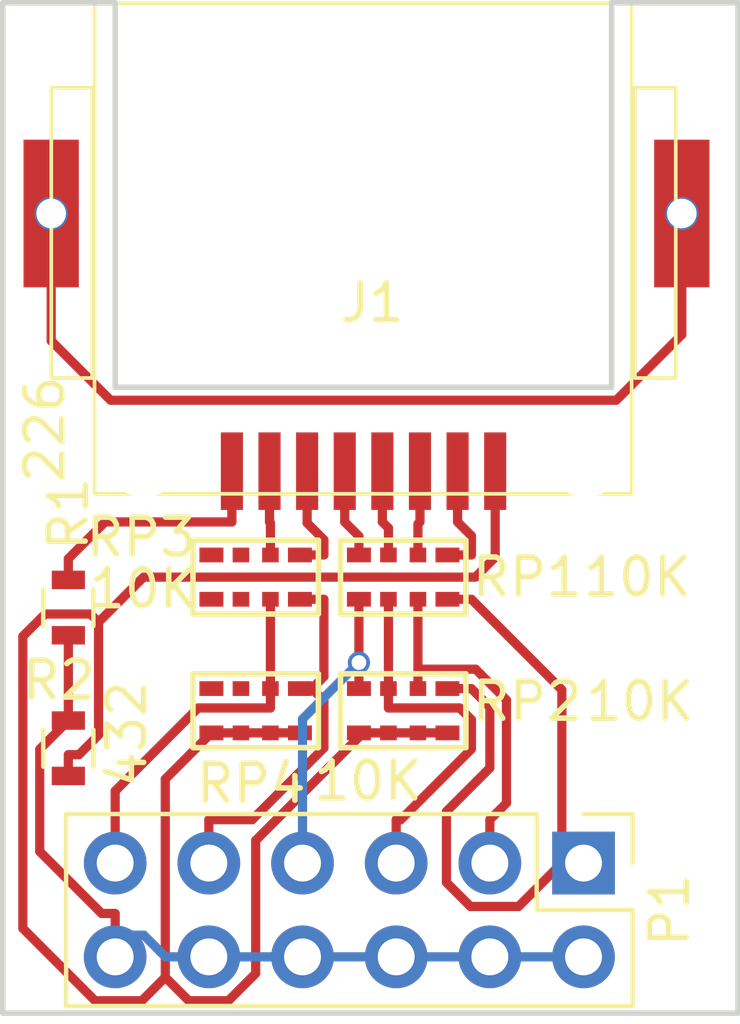
<source format=kicad_pcb>
(kicad_pcb (version 4) (host pcbnew 4.0.4-stable)

  (general
    (links 38)
    (no_connects 0)
    (area 147.825 85.604078 168.096001 119.333333)
    (thickness 1.6)
    (drawings 8)
    (tracks 119)
    (zones 0)
    (modules 8)
    (nets 17)
  )

  (page A4)
  (layers
    (0 F.Cu signal)
    (31 B.Cu signal)
    (32 B.Adhes user)
    (33 F.Adhes user)
    (34 B.Paste user)
    (35 F.Paste user)
    (36 B.SilkS user)
    (37 F.SilkS user)
    (38 B.Mask user)
    (39 F.Mask user)
    (40 Dwgs.User user)
    (41 Cmts.User user)
    (42 Eco1.User user)
    (43 Eco2.User user)
    (44 Edge.Cuts user)
    (45 Margin user)
    (46 B.CrtYd user)
    (47 F.CrtYd user)
    (48 B.Fab user)
    (49 F.Fab user)
  )

  (setup
    (last_trace_width 0.25)
    (trace_clearance 0.2)
    (zone_clearance 0.508)
    (zone_45_only no)
    (trace_min 0.2)
    (segment_width 0.2)
    (edge_width 0.15)
    (via_size 0.6)
    (via_drill 0.4)
    (via_min_size 0.4)
    (via_min_drill 0.3)
    (uvia_size 0.3)
    (uvia_drill 0.1)
    (uvias_allowed no)
    (uvia_min_size 0.2)
    (uvia_min_drill 0.1)
    (pcb_text_width 0.3)
    (pcb_text_size 1.5 1.5)
    (mod_edge_width 0.15)
    (mod_text_size 1 1)
    (mod_text_width 0.15)
    (pad_size 1.524 1.524)
    (pad_drill 0.762)
    (pad_to_mask_clearance 0.2)
    (aux_axis_origin 148.1455 113.2205)
    (visible_elements 7FFFFFFF)
    (pcbplotparams
      (layerselection 0x010f0_80000001)
      (usegerberextensions true)
      (excludeedgelayer true)
      (linewidth 0.100000)
      (plotframeref false)
      (viasonmask false)
      (mode 1)
      (useauxorigin true)
      (hpglpennumber 1)
      (hpglpenspeed 20)
      (hpglpendiameter 15)
      (hpglpenoverlay 2)
      (psnegative false)
      (psa4output false)
      (plotreference true)
      (plotvalue true)
      (plotinvisibletext false)
      (padsonsilk false)
      (subtractmaskfromsilk false)
      (outputformat 1)
      (mirror false)
      (drillshape 0)
      (scaleselection 1)
      (outputdirectory gerber_single))
  )

  (net 0 "")
  (net 1 "Net-(J1-Pad9)")
  (net 2 +5V)
  (net 3 "Net-(J1-Pad7)")
  (net 4 "Net-(J1-Pad6)")
  (net 5 "Net-(J1-Pad5)")
  (net 6 "Net-(J1-Pad4)")
  (net 7 "Net-(J1-Pad3)")
  (net 8 "Net-(J1-Pad2)")
  (net 9 GND)
  (net 10 "Net-(P1-Pad1)")
  (net 11 +3V3)
  (net 12 "Net-(P1-Pad3)")
  (net 13 "Net-(P1-Pad5)")
  (net 14 "Net-(P1-Pad7)")
  (net 15 "Net-(P1-Pad9)")
  (net 16 "Net-(P1-Pad11)")

  (net_class Default "This is the default net class."
    (clearance 0.2)
    (trace_width 0.25)
    (via_dia 0.6)
    (via_drill 0.4)
    (uvia_dia 0.3)
    (uvia_drill 0.1)
    (add_net +3V3)
    (add_net +5V)
    (add_net GND)
    (add_net "Net-(J1-Pad2)")
    (add_net "Net-(J1-Pad3)")
    (add_net "Net-(J1-Pad4)")
    (add_net "Net-(J1-Pad5)")
    (add_net "Net-(J1-Pad6)")
    (add_net "Net-(J1-Pad7)")
    (add_net "Net-(J1-Pad9)")
    (add_net "Net-(P1-Pad1)")
    (add_net "Net-(P1-Pad11)")
    (add_net "Net-(P1-Pad3)")
    (add_net "Net-(P1-Pad5)")
    (add_net "Net-(P1-Pad7)")
    (add_net "Net-(P1-Pad9)")
  )

  (module RJ45:RJ45-ChinaSMD (layer F.Cu) (tedit 5827AA76) (tstamp 59240C89)
    (at 150.495 99.06)
    (path /59240783)
    (fp_text reference J1 (at 7.61 -5.08) (layer F.SilkS)
      (effects (font (size 1 1) (thickness 0.15)))
    )
    (fp_text value RJ45 (at 7.61 -6.08) (layer F.Fab)
      (effects (font (size 1 1) (thickness 0.15)))
    )
    (fp_line (start 0.074929 -13.198479) (end 14.639375 -13.198479) (layer F.SilkS) (width 0.1))
    (fp_line (start 14.639375 -13.198479) (end 14.639375 0.093448) (layer F.SilkS) (width 0.1))
    (fp_line (start 14.639375 0.093448) (end 0.074929 0.093448) (layer F.SilkS) (width 0.1))
    (fp_line (start 0.074929 0.093448) (end 0.074929 -13.198479) (layer F.SilkS) (width 0.1))
    (fp_line (start 5.190088 -13.19858) (end 9.612409 -13.19858) (layer Dwgs.User) (width 0.1))
    (fp_line (start 9.612409 -13.19858) (end 9.612409 -11.762271) (layer Dwgs.User) (width 0.1))
    (fp_line (start 9.612409 -11.762271) (end 5.190088 -11.762271) (layer Dwgs.User) (width 0.1))
    (fp_line (start 5.190088 -11.762271) (end 5.190088 -13.19858) (layer Dwgs.User) (width 0.1))
    (fp_line (start 4.585327 -11.720309) (end 5.051497 -11.720309) (layer Dwgs.User) (width 0.1))
    (fp_line (start 5.051497 -11.720309) (end 5.051497 -7.0964) (layer Dwgs.User) (width 0.1))
    (fp_line (start 5.051497 -7.0964) (end 4.585327 -7.0964) (layer Dwgs.User) (width 0.1))
    (fp_line (start 4.585327 -7.0964) (end 4.585327 -11.720309) (layer Dwgs.User) (width 0.1))
    (fp_line (start 5.63736 -11.720309) (end 6.10353 -11.720309) (layer Dwgs.User) (width 0.1))
    (fp_line (start 6.10353 -11.720309) (end 6.10353 -7.0964) (layer Dwgs.User) (width 0.1))
    (fp_line (start 6.10353 -7.0964) (end 5.63736 -7.0964) (layer Dwgs.User) (width 0.1))
    (fp_line (start 5.63736 -7.0964) (end 5.63736 -11.720309) (layer Dwgs.User) (width 0.1))
    (fp_line (start 6.666086 -11.720309) (end 7.132256 -11.720309) (layer Dwgs.User) (width 0.1))
    (fp_line (start 7.132256 -11.720309) (end 7.132256 -7.0964) (layer Dwgs.User) (width 0.1))
    (fp_line (start 7.132256 -7.0964) (end 6.666086 -7.0964) (layer Dwgs.User) (width 0.1))
    (fp_line (start 6.666086 -7.0964) (end 6.666086 -11.720309) (layer Dwgs.User) (width 0.1))
    (fp_line (start 7.718119 -11.720309) (end 8.184289 -11.720309) (layer Dwgs.User) (width 0.1))
    (fp_line (start 8.184289 -11.720309) (end 8.184289 -7.0964) (layer Dwgs.User) (width 0.1))
    (fp_line (start 8.184289 -7.0964) (end 7.718119 -7.0964) (layer Dwgs.User) (width 0.1))
    (fp_line (start 7.718119 -7.0964) (end 7.718119 -11.720309) (layer Dwgs.User) (width 0.1))
    (fp_line (start 8.702118 -11.720309) (end 9.168288 -11.720309) (layer Dwgs.User) (width 0.1))
    (fp_line (start 9.168288 -11.720309) (end 9.168288 -7.0964) (layer Dwgs.User) (width 0.1))
    (fp_line (start 9.168288 -7.0964) (end 8.702118 -7.0964) (layer Dwgs.User) (width 0.1))
    (fp_line (start 8.702118 -7.0964) (end 8.702118 -11.720309) (layer Dwgs.User) (width 0.1))
    (fp_line (start 9.75415 -11.720309) (end 10.22032 -11.720309) (layer Dwgs.User) (width 0.1))
    (fp_line (start 10.22032 -11.720309) (end 10.22032 -7.0964) (layer Dwgs.User) (width 0.1))
    (fp_line (start 10.22032 -7.0964) (end 9.75415 -7.0964) (layer Dwgs.User) (width 0.1))
    (fp_line (start 9.75415 -7.0964) (end 9.75415 -11.720309) (layer Dwgs.User) (width 0.1))
    (fp_line (start -1.096916 -10.905525) (end 0.011814 -10.905525) (layer F.SilkS) (width 0.1))
    (fp_line (start 0.011814 -10.905525) (end 0.011814 -3.04362) (layer F.SilkS) (width 0.1))
    (fp_line (start 0.011814 -3.04362) (end -1.096916 -3.04362) (layer F.SilkS) (width 0.1))
    (fp_line (start -1.096916 -3.04362) (end -1.096916 -10.905525) (layer F.SilkS) (width 0.1))
    (fp_line (start 14.727688 -10.905302) (end 15.836418 -10.905302) (layer F.SilkS) (width 0.1))
    (fp_line (start 15.836418 -10.905302) (end 15.836418 -3.043397) (layer F.SilkS) (width 0.1))
    (fp_line (start 15.836418 -3.043397) (end 14.727688 -3.043397) (layer F.SilkS) (width 0.1))
    (fp_line (start 14.727688 -3.043397) (end 14.727688 -10.905302) (layer F.SilkS) (width 0.1))
    (fp_line (start 0.63444 -13.205921) (end 14.079864 -13.205921) (layer Cmts.User) (width 0.1))
    (fp_line (start 14.079864 -13.205921) (end 14.079864 -2.771708) (layer Cmts.User) (width 0.1))
    (fp_line (start 14.079864 -2.771708) (end 0.63444 -2.771708) (layer Cmts.User) (width 0.1))
    (fp_line (start 0.63444 -2.771708) (end 0.63444 -13.205921) (layer Cmts.User) (width 0.1))
    (pad 9 smd rect (at 16 -7.5) (size 1.5 4) (layers F.Cu F.Paste F.Mask)
      (net 1 "Net-(J1-Pad9)"))
    (pad 9 thru_hole circle (at 16 -7.5) (size 0.9 0.9) (drill 0.8) (layers *.Cu *.Mask)
      (net 1 "Net-(J1-Pad9)"))
    (pad "" np_thru_hole circle (at 13.4 -0.76) (size 1.9 1.9) (drill 1.9) (layers *.Cu *.Mask))
    (pad "" np_thru_hole circle (at 1.41 -0.76) (size 1.9 1.9) (drill 1.9) (layers *.Cu *.Mask))
    (pad 8 smd rect (at 3.8 -0.52) (size 0.6 2.1) (layers F.Cu F.Paste F.Mask)
      (net 2 +5V))
    (pad 7 smd rect (at 4.82 -0.52) (size 0.6 2.1) (layers F.Cu F.Paste F.Mask)
      (net 3 "Net-(J1-Pad7)"))
    (pad 6 smd rect (at 5.84 -0.52) (size 0.6 2.1) (layers F.Cu F.Paste F.Mask)
      (net 4 "Net-(J1-Pad6)"))
    (pad 5 smd rect (at 6.86 -0.52) (size 0.6 2.1) (layers F.Cu F.Paste F.Mask)
      (net 5 "Net-(J1-Pad5)"))
    (pad 4 smd rect (at 7.88 -0.52) (size 0.6 2.1) (layers F.Cu F.Paste F.Mask)
      (net 6 "Net-(J1-Pad4)"))
    (pad 3 smd rect (at 8.9 -0.52) (size 0.6 2.1) (layers F.Cu F.Paste F.Mask)
      (net 7 "Net-(J1-Pad3)"))
    (pad 2 smd rect (at 9.92 -0.52) (size 0.6 2.1) (layers F.Cu F.Paste F.Mask)
      (net 8 "Net-(J1-Pad2)"))
    (pad 1 smd rect (at 10.94 -0.52) (size 0.6 2.1) (layers F.Cu F.Paste F.Mask)
      (net 9 GND))
    (pad 9 thru_hole circle (at -1.1 -7.5) (size 0.9 0.9) (drill 0.8) (layers *.Cu *.Mask)
      (net 1 "Net-(J1-Pad9)"))
    (pad 9 smd rect (at -1.1 -7.5) (size 1.5 4) (layers F.Cu F.Paste F.Mask)
      (net 1 "Net-(J1-Pad9)"))
  )

  (module Resistors_SMD:R_0603 (layer F.Cu) (tedit 59242C5E) (tstamp 59240C9D)
    (at 149.86 102.235 270)
    (descr "Resistor SMD 0603, reflow soldering, Vishay (see dcrcw.pdf)")
    (tags "resistor 0603")
    (path /59240807)
    (attr smd)
    (fp_text reference R1 (at -2.54 0 270) (layer F.SilkS)
      (effects (font (size 1 1) (thickness 0.15)))
    )
    (fp_text value 226 (at -4.826 0.635 270) (layer F.SilkS)
      (effects (font (size 1 1) (thickness 0.15)))
    )
    (fp_text user %R (at 0 0 270) (layer F.Fab)
      (effects (font (size 0.5 0.5) (thickness 0.075)))
    )
    (fp_line (start -0.8 0.4) (end -0.8 -0.4) (layer F.Fab) (width 0.1))
    (fp_line (start 0.8 0.4) (end -0.8 0.4) (layer F.Fab) (width 0.1))
    (fp_line (start 0.8 -0.4) (end 0.8 0.4) (layer F.Fab) (width 0.1))
    (fp_line (start -0.8 -0.4) (end 0.8 -0.4) (layer F.Fab) (width 0.1))
    (fp_line (start 0.5 0.68) (end -0.5 0.68) (layer F.SilkS) (width 0.12))
    (fp_line (start -0.5 -0.68) (end 0.5 -0.68) (layer F.SilkS) (width 0.12))
    (fp_line (start -1.25 -0.7) (end 1.25 -0.7) (layer F.CrtYd) (width 0.05))
    (fp_line (start -1.25 -0.7) (end -1.25 0.7) (layer F.CrtYd) (width 0.05))
    (fp_line (start 1.25 0.7) (end 1.25 -0.7) (layer F.CrtYd) (width 0.05))
    (fp_line (start 1.25 0.7) (end -1.25 0.7) (layer F.CrtYd) (width 0.05))
    (pad 1 smd rect (at -0.75 0 270) (size 0.5 0.9) (layers F.Cu F.Paste F.Mask)
      (net 2 +5V))
    (pad 2 smd rect (at 0.75 0 270) (size 0.5 0.9) (layers F.Cu F.Paste F.Mask)
      (net 11 +3V3))
    (model ${KISYS3DMOD}/Resistors_SMD.3dshapes/R_0603.wrl
      (at (xyz 0 0 0))
      (scale (xyz 1 1 1))
      (rotate (xyz 0 0 0))
    )
  )

  (module Resistors_SMD:R_0603 (layer F.Cu) (tedit 59242CCC) (tstamp 59240CA3)
    (at 149.86 106.045 270)
    (descr "Resistor SMD 0603, reflow soldering, Vishay (see dcrcw.pdf)")
    (tags "resistor 0603")
    (path /5924083C)
    (attr smd)
    (fp_text reference R2 (at -1.8415 0.254 360) (layer F.SilkS)
      (effects (font (size 1 1) (thickness 0.15)))
    )
    (fp_text value 432 (at -0.381 -1.5875 270) (layer F.SilkS)
      (effects (font (size 1 1) (thickness 0.15)))
    )
    (fp_text user %R (at 0 0 270) (layer F.Fab)
      (effects (font (size 0.5 0.5) (thickness 0.075)))
    )
    (fp_line (start -0.8 0.4) (end -0.8 -0.4) (layer F.Fab) (width 0.1))
    (fp_line (start 0.8 0.4) (end -0.8 0.4) (layer F.Fab) (width 0.1))
    (fp_line (start 0.8 -0.4) (end 0.8 0.4) (layer F.Fab) (width 0.1))
    (fp_line (start -0.8 -0.4) (end 0.8 -0.4) (layer F.Fab) (width 0.1))
    (fp_line (start 0.5 0.68) (end -0.5 0.68) (layer F.SilkS) (width 0.12))
    (fp_line (start -0.5 -0.68) (end 0.5 -0.68) (layer F.SilkS) (width 0.12))
    (fp_line (start -1.25 -0.7) (end 1.25 -0.7) (layer F.CrtYd) (width 0.05))
    (fp_line (start -1.25 -0.7) (end -1.25 0.7) (layer F.CrtYd) (width 0.05))
    (fp_line (start 1.25 0.7) (end 1.25 -0.7) (layer F.CrtYd) (width 0.05))
    (fp_line (start 1.25 0.7) (end -1.25 0.7) (layer F.CrtYd) (width 0.05))
    (pad 1 smd rect (at -0.75 0 270) (size 0.5 0.9) (layers F.Cu F.Paste F.Mask)
      (net 11 +3V3))
    (pad 2 smd rect (at 0.75 0 270) (size 0.5 0.9) (layers F.Cu F.Paste F.Mask)
      (net 9 GND))
    (model ${KISYS3DMOD}/Resistors_SMD.3dshapes/R_0603.wrl
      (at (xyz 0 0 0))
      (scale (xyz 1 1 1))
      (rotate (xyz 0 0 0))
    )
  )

  (module 0603-pack4:0603_Pack4 (layer F.Cu) (tedit 59242CE1) (tstamp 59240CAF)
    (at 158.94 101.41)
    (path /5924091D)
    (fp_text reference RP1 (at 3.3655 0) (layer F.SilkS)
      (effects (font (size 1 1) (thickness 0.15)))
    )
    (fp_text value 10K (at 6.35 0) (layer F.SilkS)
      (effects (font (size 1 1) (thickness 0.15)))
    )
    (fp_line (start 1.7 -1) (end 1.7 1) (layer F.SilkS) (width 0.15))
    (fp_line (start 1.7 1) (end -1.7 1) (layer F.SilkS) (width 0.15))
    (fp_line (start -1.7 1) (end -1.7 -1) (layer F.SilkS) (width 0.15))
    (fp_line (start -1.7 -1) (end 1.7 -1) (layer F.SilkS) (width 0.15))
    (pad 1 smd rect (at -1.2 -0.6) (size 0.65 0.4) (layers F.Cu F.Paste F.Mask)
      (net 5 "Net-(J1-Pad5)"))
    (pad 8 smd rect (at -1.2 0.6) (size 0.65 0.4) (layers F.Cu F.Paste F.Mask)
      (net 14 "Net-(P1-Pad7)"))
    (pad 4 smd rect (at 1.2 -0.6) (size 0.65 0.4) (layers F.Cu F.Paste F.Mask)
      (net 8 "Net-(J1-Pad2)"))
    (pad 5 smd rect (at 1.2 0.6) (size 0.65 0.4) (layers F.Cu F.Paste F.Mask)
      (net 10 "Net-(P1-Pad1)"))
    (pad 2 smd rect (at -0.4 -0.6) (size 0.45 0.4) (layers F.Cu F.Paste F.Mask)
      (net 6 "Net-(J1-Pad4)"))
    (pad 3 smd rect (at 0.4 -0.6) (size 0.45 0.4) (layers F.Cu F.Paste F.Mask)
      (net 7 "Net-(J1-Pad3)"))
    (pad 6 smd rect (at 0.4 0.6) (size 0.45 0.4) (layers F.Cu F.Paste F.Mask)
      (net 12 "Net-(P1-Pad3)"))
    (pad 7 smd rect (at -0.4 0.6) (size 0.45 0.4) (layers F.Cu F.Paste F.Mask)
      (net 13 "Net-(P1-Pad5)"))
  )

  (module 0603-pack4:0603_Pack4 (layer F.Cu) (tedit 59242CD9) (tstamp 59240CBB)
    (at 158.94 105.029)
    (path /59240A3C)
    (fp_text reference RP2 (at 3.3655 -0.254) (layer F.SilkS)
      (effects (font (size 1 1) (thickness 0.15)))
    )
    (fp_text value 10K (at 6.4135 -0.254) (layer F.SilkS)
      (effects (font (size 1 1) (thickness 0.15)))
    )
    (fp_line (start 1.7 -1) (end 1.7 1) (layer F.SilkS) (width 0.15))
    (fp_line (start 1.7 1) (end -1.7 1) (layer F.SilkS) (width 0.15))
    (fp_line (start -1.7 1) (end -1.7 -1) (layer F.SilkS) (width 0.15))
    (fp_line (start -1.7 -1) (end 1.7 -1) (layer F.SilkS) (width 0.15))
    (pad 1 smd rect (at -1.2 -0.6) (size 0.65 0.4) (layers F.Cu F.Paste F.Mask)
      (net 14 "Net-(P1-Pad7)"))
    (pad 8 smd rect (at -1.2 0.6) (size 0.65 0.4) (layers F.Cu F.Paste F.Mask)
      (net 9 GND))
    (pad 4 smd rect (at 1.2 -0.6) (size 0.65 0.4) (layers F.Cu F.Paste F.Mask)
      (net 10 "Net-(P1-Pad1)"))
    (pad 5 smd rect (at 1.2 0.6) (size 0.65 0.4) (layers F.Cu F.Paste F.Mask)
      (net 9 GND))
    (pad 2 smd rect (at -0.4 -0.6) (size 0.45 0.4) (layers F.Cu F.Paste F.Mask)
      (net 13 "Net-(P1-Pad5)"))
    (pad 3 smd rect (at 0.4 -0.6) (size 0.45 0.4) (layers F.Cu F.Paste F.Mask)
      (net 12 "Net-(P1-Pad3)"))
    (pad 6 smd rect (at 0.4 0.6) (size 0.45 0.4) (layers F.Cu F.Paste F.Mask)
      (net 9 GND))
    (pad 7 smd rect (at -0.4 0.6) (size 0.45 0.4) (layers F.Cu F.Paste F.Mask)
      (net 9 GND))
  )

  (module 0603-pack4:0603_Pack4 (layer F.Cu) (tedit 59242C59) (tstamp 59240CC7)
    (at 154.94 101.41)
    (path /5924096A)
    (fp_text reference RP3 (at -3.1115 -1.0795) (layer F.SilkS)
      (effects (font (size 1 1) (thickness 0.15)))
    )
    (fp_text value 10K (at -3.048 0.3175) (layer F.SilkS)
      (effects (font (size 1 1) (thickness 0.15)))
    )
    (fp_line (start 1.7 -1) (end 1.7 1) (layer F.SilkS) (width 0.15))
    (fp_line (start 1.7 1) (end -1.7 1) (layer F.SilkS) (width 0.15))
    (fp_line (start -1.7 1) (end -1.7 -1) (layer F.SilkS) (width 0.15))
    (fp_line (start -1.7 -1) (end 1.7 -1) (layer F.SilkS) (width 0.15))
    (pad 1 smd rect (at -1.2 -0.6) (size 0.65 0.4) (layers F.Cu F.Paste F.Mask))
    (pad 8 smd rect (at -1.2 0.6) (size 0.65 0.4) (layers F.Cu F.Paste F.Mask))
    (pad 4 smd rect (at 1.2 -0.6) (size 0.65 0.4) (layers F.Cu F.Paste F.Mask)
      (net 4 "Net-(J1-Pad6)"))
    (pad 5 smd rect (at 1.2 0.6) (size 0.65 0.4) (layers F.Cu F.Paste F.Mask)
      (net 15 "Net-(P1-Pad9)"))
    (pad 2 smd rect (at -0.4 -0.6) (size 0.45 0.4) (layers F.Cu F.Paste F.Mask))
    (pad 3 smd rect (at 0.4 -0.6) (size 0.45 0.4) (layers F.Cu F.Paste F.Mask)
      (net 3 "Net-(J1-Pad7)"))
    (pad 6 smd rect (at 0.4 0.6) (size 0.45 0.4) (layers F.Cu F.Paste F.Mask)
      (net 16 "Net-(P1-Pad11)"))
    (pad 7 smd rect (at -0.4 0.6) (size 0.45 0.4) (layers F.Cu F.Paste F.Mask))
  )

  (module 0603-pack4:0603_Pack4 (layer F.Cu) (tedit 59242CEB) (tstamp 59240CD3)
    (at 154.94 105.029)
    (path /59240A6A)
    (fp_text reference RP4 (at -0.127 1.9685) (layer F.SilkS)
      (effects (font (size 1 1) (thickness 0.15)))
    )
    (fp_text value 10K (at 3.048 1.905) (layer F.SilkS)
      (effects (font (size 1 1) (thickness 0.15)))
    )
    (fp_line (start 1.7 -1) (end 1.7 1) (layer F.SilkS) (width 0.15))
    (fp_line (start 1.7 1) (end -1.7 1) (layer F.SilkS) (width 0.15))
    (fp_line (start -1.7 1) (end -1.7 -1) (layer F.SilkS) (width 0.15))
    (fp_line (start -1.7 -1) (end 1.7 -1) (layer F.SilkS) (width 0.15))
    (pad 1 smd rect (at -1.2 -0.6) (size 0.65 0.4) (layers F.Cu F.Paste F.Mask))
    (pad 8 smd rect (at -1.2 0.6) (size 0.65 0.4) (layers F.Cu F.Paste F.Mask)
      (net 9 GND))
    (pad 4 smd rect (at 1.2 -0.6) (size 0.65 0.4) (layers F.Cu F.Paste F.Mask)
      (net 15 "Net-(P1-Pad9)"))
    (pad 5 smd rect (at 1.2 0.6) (size 0.65 0.4) (layers F.Cu F.Paste F.Mask)
      (net 9 GND))
    (pad 2 smd rect (at -0.4 -0.6) (size 0.45 0.4) (layers F.Cu F.Paste F.Mask))
    (pad 3 smd rect (at 0.4 -0.6) (size 0.45 0.4) (layers F.Cu F.Paste F.Mask)
      (net 16 "Net-(P1-Pad11)"))
    (pad 6 smd rect (at 0.4 0.6) (size 0.45 0.4) (layers F.Cu F.Paste F.Mask)
      (net 9 GND))
    (pad 7 smd rect (at -0.4 0.6) (size 0.45 0.4) (layers F.Cu F.Paste F.Mask)
      (net 9 GND))
  )

  (module Pin_Headers:Pin_Header_Straight_2x06_Pitch2.54mm (layer F.Cu) (tedit 59240D68) (tstamp 59240D10)
    (at 163.83 109.156 270)
    (descr "Through hole straight pin header, 2x06, 2.54mm pitch, double rows")
    (tags "Through hole pin header THT 2x06 2.54mm double row")
    (path /59240EBF)
    (fp_text reference P1 (at 1.27 -2.33 270) (layer F.SilkS)
      (effects (font (size 1 1) (thickness 0.15)))
    )
    (fp_text value CONN_02X06 (at 1.27 15.03 270) (layer F.Fab) hide
      (effects (font (size 1 1) (thickness 0.15)))
    )
    (fp_line (start -1.27 -1.27) (end -1.27 13.97) (layer F.Fab) (width 0.1))
    (fp_line (start -1.27 13.97) (end 3.81 13.97) (layer F.Fab) (width 0.1))
    (fp_line (start 3.81 13.97) (end 3.81 -1.27) (layer F.Fab) (width 0.1))
    (fp_line (start 3.81 -1.27) (end -1.27 -1.27) (layer F.Fab) (width 0.1))
    (fp_line (start -1.33 1.27) (end -1.33 14.03) (layer F.SilkS) (width 0.12))
    (fp_line (start -1.33 14.03) (end 3.87 14.03) (layer F.SilkS) (width 0.12))
    (fp_line (start 3.87 14.03) (end 3.87 -1.33) (layer F.SilkS) (width 0.12))
    (fp_line (start 3.87 -1.33) (end 1.27 -1.33) (layer F.SilkS) (width 0.12))
    (fp_line (start 1.27 -1.33) (end 1.27 1.27) (layer F.SilkS) (width 0.12))
    (fp_line (start 1.27 1.27) (end -1.33 1.27) (layer F.SilkS) (width 0.12))
    (fp_line (start -1.33 0) (end -1.33 -1.33) (layer F.SilkS) (width 0.12))
    (fp_line (start -1.33 -1.33) (end 0 -1.33) (layer F.SilkS) (width 0.12))
    (fp_line (start -1.8 -1.8) (end -1.8 14.5) (layer F.CrtYd) (width 0.05))
    (fp_line (start -1.8 14.5) (end 4.35 14.5) (layer F.CrtYd) (width 0.05))
    (fp_line (start 4.35 14.5) (end 4.35 -1.8) (layer F.CrtYd) (width 0.05))
    (fp_line (start 4.35 -1.8) (end -1.8 -1.8) (layer F.CrtYd) (width 0.05))
    (fp_text user %R (at 1.27 -2.33 270) (layer F.Fab)
      (effects (font (size 1 1) (thickness 0.15)))
    )
    (pad 1 thru_hole rect (at 0 0 270) (size 1.7 1.7) (drill 1) (layers *.Cu *.Mask)
      (net 10 "Net-(P1-Pad1)"))
    (pad 2 thru_hole oval (at 2.54 0 270) (size 1.7 1.7) (drill 1) (layers *.Cu *.Mask)
      (net 11 +3V3))
    (pad 3 thru_hole oval (at 0 2.54 270) (size 1.7 1.7) (drill 1) (layers *.Cu *.Mask)
      (net 12 "Net-(P1-Pad3)"))
    (pad 4 thru_hole oval (at 2.54 2.54 270) (size 1.7 1.7) (drill 1) (layers *.Cu *.Mask)
      (net 11 +3V3))
    (pad 5 thru_hole oval (at 0 5.08 270) (size 1.7 1.7) (drill 1) (layers *.Cu *.Mask)
      (net 13 "Net-(P1-Pad5)"))
    (pad 6 thru_hole oval (at 2.54 5.08 270) (size 1.7 1.7) (drill 1) (layers *.Cu *.Mask)
      (net 11 +3V3))
    (pad 7 thru_hole oval (at 0 7.62 270) (size 1.7 1.7) (drill 1) (layers *.Cu *.Mask)
      (net 14 "Net-(P1-Pad7)"))
    (pad 8 thru_hole oval (at 2.54 7.62 270) (size 1.7 1.7) (drill 1) (layers *.Cu *.Mask)
      (net 11 +3V3))
    (pad 9 thru_hole oval (at 0 10.16 270) (size 1.7 1.7) (drill 1) (layers *.Cu *.Mask)
      (net 15 "Net-(P1-Pad9)"))
    (pad 10 thru_hole oval (at 2.54 10.16 270) (size 1.7 1.7) (drill 1) (layers *.Cu *.Mask)
      (net 11 +3V3))
    (pad 11 thru_hole oval (at 0 12.7 270) (size 1.7 1.7) (drill 1) (layers *.Cu *.Mask)
      (net 16 "Net-(P1-Pad11)"))
    (pad 12 thru_hole oval (at 2.54 12.7 270) (size 1.7 1.7) (drill 1) (layers *.Cu *.Mask)
      (net 11 +3V3))
    (model ${KISYS3DMOD}/Pin_Headers.3dshapes/Pin_Header_Straight_2x06_Pitch2.54mm.wrl
      (at (xyz 0.05 -0.25 0))
      (scale (xyz 1 1 1))
      (rotate (xyz 0 0 90))
    )
  )

  (gr_line (start 148.082 85.852) (end 151.13 85.852) (angle 90) (layer Edge.Cuts) (width 0.15))
  (gr_line (start 148.082 113.2205) (end 148.082 85.852) (angle 90) (layer Edge.Cuts) (width 0.15))
  (gr_line (start 168.021 113.2205) (end 148.082 113.2205) (angle 90) (layer Edge.Cuts) (width 0.15))
  (gr_line (start 168.021 85.852) (end 168.021 113.2205) (angle 90) (layer Edge.Cuts) (width 0.15))
  (gr_line (start 164.592 85.852) (end 168.021 85.852) (angle 90) (layer Edge.Cuts) (width 0.15))
  (gr_line (start 164.592 96.266) (end 164.592 85.852) (angle 90) (layer Edge.Cuts) (width 0.15))
  (gr_line (start 151.13 96.266) (end 164.592 96.266) (angle 90) (layer Edge.Cuts) (width 0.15))
  (gr_line (start 151.13 85.852) (end 151.13 96.266) (angle 90) (layer Edge.Cuts) (width 0.15))

  (segment (start 166.495 94.8421) (end 166.495 91.56) (width 0.25) (layer F.Cu) (net 1))
  (segment (start 164.7189 96.6182) (end 166.495 94.8421) (width 0.25) (layer F.Cu) (net 1))
  (segment (start 151.0045 96.6182) (end 164.7189 96.6182) (width 0.25) (layer F.Cu) (net 1))
  (segment (start 149.395 95.0087) (end 151.0045 96.6182) (width 0.25) (layer F.Cu) (net 1))
  (segment (start 149.395 91.56) (end 149.395 95.0087) (width 0.25) (layer F.Cu) (net 1))
  (segment (start 150.8544 99.9153) (end 154.295 99.9153) (width 0.25) (layer F.Cu) (net 2))
  (segment (start 149.86 100.9097) (end 150.8544 99.9153) (width 0.25) (layer F.Cu) (net 2))
  (segment (start 154.295 98.54) (end 154.295 99.9153) (width 0.25) (layer F.Cu) (net 2))
  (segment (start 149.86 101.485) (end 149.86 100.9097) (width 0.25) (layer F.Cu) (net 2))
  (segment (start 155.34 99.9403) (end 155.315 99.9153) (width 0.25) (layer F.Cu) (net 3))
  (segment (start 155.34 100.81) (end 155.34 99.9403) (width 0.25) (layer F.Cu) (net 3))
  (segment (start 155.315 98.54) (end 155.315 99.9153) (width 0.25) (layer F.Cu) (net 3))
  (segment (start 156.335 99.9433) (end 156.335 98.54) (width 0.25) (layer F.Cu) (net 4))
  (segment (start 156.7903 100.3986) (end 156.335 99.9433) (width 0.25) (layer F.Cu) (net 4))
  (segment (start 156.7903 100.81) (end 156.7903 100.3986) (width 0.25) (layer F.Cu) (net 4))
  (segment (start 156.14 100.81) (end 156.7903 100.81) (width 0.25) (layer F.Cu) (net 4))
  (segment (start 157.74 100.3003) (end 157.355 99.9153) (width 0.25) (layer F.Cu) (net 5))
  (segment (start 157.74 100.81) (end 157.74 100.3003) (width 0.25) (layer F.Cu) (net 5))
  (segment (start 157.355 98.54) (end 157.355 99.9153) (width 0.25) (layer F.Cu) (net 5))
  (segment (start 158.54 100.0803) (end 158.375 99.9153) (width 0.25) (layer F.Cu) (net 6))
  (segment (start 158.54 100.81) (end 158.54 100.0803) (width 0.25) (layer F.Cu) (net 6))
  (segment (start 158.375 98.54) (end 158.375 99.9153) (width 0.25) (layer F.Cu) (net 6))
  (segment (start 159.34 99.9703) (end 159.395 99.9153) (width 0.25) (layer F.Cu) (net 7))
  (segment (start 159.34 100.81) (end 159.34 99.9703) (width 0.25) (layer F.Cu) (net 7))
  (segment (start 159.395 98.54) (end 159.395 99.9153) (width 0.25) (layer F.Cu) (net 7))
  (segment (start 160.7903 100.2906) (end 160.415 99.9153) (width 0.25) (layer F.Cu) (net 8))
  (segment (start 160.7903 100.81) (end 160.7903 100.2906) (width 0.25) (layer F.Cu) (net 8))
  (segment (start 160.14 100.81) (end 160.7903 100.81) (width 0.25) (layer F.Cu) (net 8))
  (segment (start 160.415 98.54) (end 160.415 99.9153) (width 0.25) (layer F.Cu) (net 8))
  (segment (start 155.34 105.629) (end 156.14 105.629) (width 0.25) (layer F.Cu) (net 9))
  (segment (start 155.34 105.629) (end 154.54 105.629) (width 0.25) (layer F.Cu) (net 9))
  (segment (start 154.54 105.629) (end 153.74 105.629) (width 0.25) (layer F.Cu) (net 9))
  (segment (start 159.34 105.629) (end 160.14 105.629) (width 0.25) (layer F.Cu) (net 9))
  (segment (start 158.54 105.629) (end 159.34 105.629) (width 0.25) (layer F.Cu) (net 9))
  (segment (start 158.54 105.629) (end 157.9897 105.629) (width 0.25) (layer F.Cu) (net 9))
  (segment (start 157.74 105.629) (end 157.9897 105.629) (width 0.25) (layer F.Cu) (net 9))
  (segment (start 152.4891 106.8799) (end 152.4891 112.248) (width 0.25) (layer F.Cu) (net 9))
  (segment (start 153.74 105.629) (end 152.4891 106.8799) (width 0.25) (layer F.Cu) (net 9))
  (segment (start 157.74 105.7427) (end 157.74 105.629) (width 0.25) (layer F.Cu) (net 9))
  (segment (start 154.94 108.5427) (end 157.74 105.7427) (width 0.25) (layer F.Cu) (net 9))
  (segment (start 154.94 112.1451) (end 154.94 108.5427) (width 0.25) (layer F.Cu) (net 9))
  (segment (start 154.2005 112.8846) (end 154.94 112.1451) (width 0.25) (layer F.Cu) (net 9))
  (segment (start 153.1257 112.8846) (end 154.2005 112.8846) (width 0.25) (layer F.Cu) (net 9))
  (segment (start 152.4891 112.248) (end 153.1257 112.8846) (width 0.25) (layer F.Cu) (net 9))
  (segment (start 149.86 106.795) (end 149.86 106.2197) (width 0.25) (layer F.Cu) (net 9))
  (segment (start 161.435 100.8717) (end 161.435 98.54) (width 0.25) (layer F.Cu) (net 9))
  (segment (start 160.8967 101.41) (end 161.435 100.8717) (width 0.25) (layer F.Cu) (net 9))
  (segment (start 151.8992 101.41) (end 160.8967 101.41) (width 0.25) (layer F.Cu) (net 9))
  (segment (start 150.6796 102.6296) (end 151.8992 101.41) (width 0.25) (layer F.Cu) (net 9))
  (segment (start 150.4596 102.4096) (end 150.6796 102.6296) (width 0.25) (layer F.Cu) (net 9))
  (segment (start 149.2293 102.4096) (end 150.4596 102.4096) (width 0.25) (layer F.Cu) (net 9))
  (segment (start 148.6265 103.0124) (end 149.2293 102.4096) (width 0.25) (layer F.Cu) (net 9))
  (segment (start 148.6265 110.9251) (end 148.6265 103.0124) (width 0.25) (layer F.Cu) (net 9))
  (segment (start 150.586 112.8846) (end 148.6265 110.9251) (width 0.25) (layer F.Cu) (net 9))
  (segment (start 151.8525 112.8846) (end 150.586 112.8846) (width 0.25) (layer F.Cu) (net 9))
  (segment (start 152.4891 112.248) (end 151.8525 112.8846) (width 0.25) (layer F.Cu) (net 9))
  (segment (start 150.1476 106.2197) (end 149.86 106.2197) (width 0.25) (layer F.Cu) (net 9))
  (segment (start 150.6796 105.6877) (end 150.1476 106.2197) (width 0.25) (layer F.Cu) (net 9))
  (segment (start 150.6796 102.6296) (end 150.6796 105.6877) (width 0.25) (layer F.Cu) (net 9))
  (segment (start 163.83 109.156) (end 163.2424 109.156) (width 0.25) (layer F.Cu) (net 10))
  (segment (start 160.14 102.01) (end 160.7903 102.01) (width 0.25) (layer F.Cu) (net 10))
  (segment (start 163.2424 104.4621) (end 163.2424 109.156) (width 0.25) (layer F.Cu) (net 10))
  (segment (start 160.7903 102.01) (end 163.2424 104.4621) (width 0.25) (layer F.Cu) (net 10))
  (segment (start 161.29 104.9287) (end 160.7903 104.429) (width 0.25) (layer F.Cu) (net 10))
  (segment (start 161.29 106.5801) (end 161.29 104.9287) (width 0.25) (layer F.Cu) (net 10))
  (segment (start 160.113 107.7571) (end 161.29 106.5801) (width 0.25) (layer F.Cu) (net 10))
  (segment (start 160.113 109.68) (end 160.113 107.7571) (width 0.25) (layer F.Cu) (net 10))
  (segment (start 160.7644 110.3314) (end 160.113 109.68) (width 0.25) (layer F.Cu) (net 10))
  (segment (start 162.067 110.3314) (end 160.7644 110.3314) (width 0.25) (layer F.Cu) (net 10))
  (segment (start 163.2424 109.156) (end 162.067 110.3314) (width 0.25) (layer F.Cu) (net 10))
  (segment (start 160.14 104.429) (end 160.7903 104.429) (width 0.25) (layer F.Cu) (net 10))
  (segment (start 153.67 111.696) (end 156.21 111.696) (width 0.25) (layer B.Cu) (net 11))
  (segment (start 156.21 111.696) (end 158.75 111.696) (width 0.25) (layer B.Cu) (net 11))
  (segment (start 158.75 111.696) (end 161.29 111.696) (width 0.25) (layer B.Cu) (net 11))
  (segment (start 161.29 111.696) (end 163.83 111.696) (width 0.25) (layer B.Cu) (net 11))
  (segment (start 151.13 111.696) (end 151.13 111.1083) (width 0.25) (layer B.Cu) (net 11))
  (segment (start 151.907 111.1083) (end 152.4947 111.696) (width 0.25) (layer B.Cu) (net 11))
  (segment (start 151.13 111.1083) (end 151.907 111.1083) (width 0.25) (layer B.Cu) (net 11))
  (segment (start 153.67 111.696) (end 152.4947 111.696) (width 0.25) (layer B.Cu) (net 11))
  (segment (start 149.86 105.295) (end 149.86 102.985) (width 0.25) (layer F.Cu) (net 11))
  (segment (start 149.0846 106.0704) (end 149.86 105.295) (width 0.25) (layer F.Cu) (net 11))
  (segment (start 149.0846 108.8426) (end 149.0846 106.0704) (width 0.25) (layer F.Cu) (net 11))
  (segment (start 150.7627 110.5207) (end 149.0846 108.8426) (width 0.25) (layer F.Cu) (net 11))
  (segment (start 151.13 110.5207) (end 150.7627 110.5207) (width 0.25) (layer F.Cu) (net 11))
  (segment (start 151.13 111.696) (end 151.13 110.5207) (width 0.25) (layer F.Cu) (net 11))
  (segment (start 159.34 104.429) (end 159.34 103.9037) (width 0.25) (layer F.Cu) (net 12))
  (segment (start 159.34 103.9037) (end 159.34 102.01) (width 0.25) (layer F.Cu) (net 12))
  (segment (start 160.9045 103.9037) (end 159.34 103.9037) (width 0.25) (layer F.Cu) (net 12))
  (segment (start 161.7403 104.7395) (end 160.9045 103.9037) (width 0.25) (layer F.Cu) (net 12))
  (segment (start 161.7403 107.5304) (end 161.7403 104.7395) (width 0.25) (layer F.Cu) (net 12))
  (segment (start 161.29 107.9807) (end 161.7403 107.5304) (width 0.25) (layer F.Cu) (net 12))
  (segment (start 161.29 109.156) (end 161.29 107.9807) (width 0.25) (layer F.Cu) (net 12))
  (segment (start 158.54 104.429) (end 158.54 102.01) (width 0.25) (layer F.Cu) (net 13))
  (segment (start 160.4737 104.9543) (end 158.54 104.9543) (width 0.25) (layer F.Cu) (net 13))
  (segment (start 160.7904 105.271) (end 160.4737 104.9543) (width 0.25) (layer F.Cu) (net 13))
  (segment (start 160.7904 106.0659) (end 160.7904 105.271) (width 0.25) (layer F.Cu) (net 13))
  (segment (start 158.8756 107.9807) (end 160.7904 106.0659) (width 0.25) (layer F.Cu) (net 13))
  (segment (start 158.75 107.9807) (end 158.8756 107.9807) (width 0.25) (layer F.Cu) (net 13))
  (segment (start 158.75 109.156) (end 158.75 107.9807) (width 0.25) (layer F.Cu) (net 13))
  (segment (start 158.54 104.429) (end 158.54 104.9543) (width 0.25) (layer F.Cu) (net 13))
  (via (at 157.74 103.7244) (size 0.6) (layers F.Cu B.Cu) (net 14))
  (segment (start 156.21 105.2544) (end 157.74 103.7244) (width 0.25) (layer B.Cu) (net 14))
  (segment (start 156.21 109.156) (end 156.21 105.2544) (width 0.25) (layer B.Cu) (net 14))
  (segment (start 157.74 104.429) (end 157.74 103.7244) (width 0.25) (layer F.Cu) (net 14))
  (segment (start 157.74 103.7244) (end 157.74 102.01) (width 0.25) (layer F.Cu) (net 14))
  (segment (start 156.14 104.429) (end 156.4652 104.429) (width 0.25) (layer F.Cu) (net 15))
  (segment (start 156.7903 104.1039) (end 156.7903 102.01) (width 0.25) (layer F.Cu) (net 15))
  (segment (start 156.4652 104.429) (end 156.7903 104.1039) (width 0.25) (layer F.Cu) (net 15))
  (segment (start 156.14 102.01) (end 156.7903 102.01) (width 0.25) (layer F.Cu) (net 15))
  (segment (start 156.7904 104.7542) (end 156.4652 104.429) (width 0.25) (layer F.Cu) (net 15))
  (segment (start 156.7904 106.0356) (end 156.7904 104.7542) (width 0.25) (layer F.Cu) (net 15))
  (segment (start 154.8453 107.9807) (end 156.7904 106.0356) (width 0.25) (layer F.Cu) (net 15))
  (segment (start 153.67 107.9807) (end 154.8453 107.9807) (width 0.25) (layer F.Cu) (net 15))
  (segment (start 153.67 109.156) (end 153.67 107.9807) (width 0.25) (layer F.Cu) (net 15))
  (segment (start 155.34 104.429) (end 155.34 102.01) (width 0.25) (layer F.Cu) (net 16))
  (segment (start 153.3784 104.9543) (end 155.34 104.9543) (width 0.25) (layer F.Cu) (net 16))
  (segment (start 151.13 107.2027) (end 153.3784 104.9543) (width 0.25) (layer F.Cu) (net 16))
  (segment (start 151.13 109.156) (end 151.13 107.2027) (width 0.25) (layer F.Cu) (net 16))
  (segment (start 155.34 104.429) (end 155.34 104.9543) (width 0.25) (layer F.Cu) (net 16))

)

</source>
